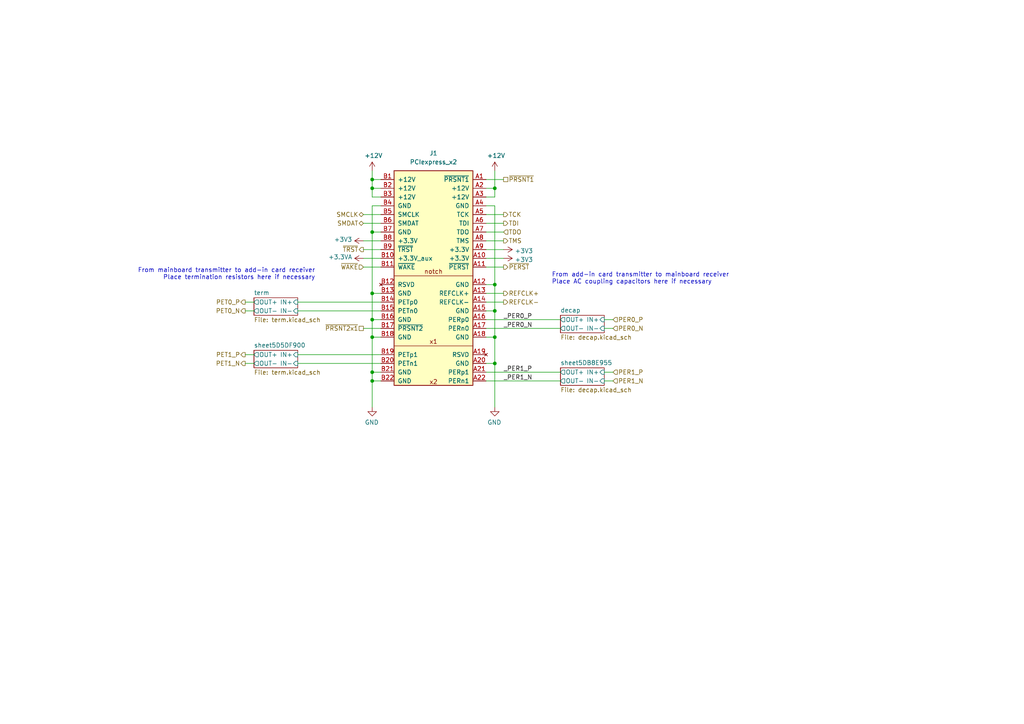
<source format=kicad_sch>
(kicad_sch (version 20250114) (generator "eeschema") (generator_version "9.0")
  (paper "A4")
  (lib_symbols
    (symbol "PCIexpress:PCIexpress_x2" (pin_names (offset 1.016))
      (property "Reference" "J" (at 0 3.81 0))
      (property "Value" "PCIexpress_x2" (at 0 1.27 0))
      (symbol "PCIexpress_x2_0_0"
        (text "notch" (at 0 -29.21 0) (effects (font (size 1.27 1.27))))
        (text "x1" (at 0 -49.53 0) (effects (font (size 1.27 1.27))))
      )
      (symbol "PCIexpress_x2_0_1"
        (polyline (pts (xy 11.43 -30.48) (xy -11.43 -30.48)))
        (polyline (pts (xy 11.43 -50.8) (xy -11.43 -50.8)))
      )
      (symbol "PCIexpress_x2_1_1"
        (rectangle (start -11.43 0) (end 11.43 -62.23) (stroke (width 0.254)) (fill (type background)))
        (text "x2\n" (at 0 -61.214 0) (effects (font (size 1.27 1.27))))
        (pin power_out line (at -15.24 -2.54 0) (length 3.81) (name "+12V") (number "B1"))
        (pin power_out line (at -15.24 -5.08 0) (length 3.81) (name "+12V") (number "B2"))
        (pin power_out line (at -15.24 -7.62 0) (length 3.81) (name "+12V") (number "B3"))
        (pin power_out line (at -15.24 -10.16 0) (length 3.81) (name "GND") (number "B4"))
        (pin open_collector line (at -15.24 -12.7 0) (length 3.81) (name "SMCLK") (number "B5"))
        (pin open_collector line (at -15.24 -15.24 0) (length 3.81) (name "SMDAT") (number "B6"))
        (pin power_out line (at -15.24 -17.78 0) (length 3.81) (name "GND") (number "B7"))
        (pin power_out line (at -15.24 -20.32 0) (length 3.81) (name "+3.3V") (number "B8"))
        (pin output line (at -15.24 -22.86 0) (length 3.81) (name "~{TRST}") (number "B9"))
        (pin power_out line (at -15.24 -25.4 0) (length 3.81) (name "+3.3V_aux") (number "B10"))
        (pin open_collector line (at -15.24 -27.94 0) (length 3.81) (name "~{WAKE}") (number "B11"))
        (pin no_connect line (at -15.24 -33.02 0) (length 3.81) (name "RSVD") (number "B12"))
        (pin power_out line (at -15.24 -35.56 0) (length 3.81) (name "GND") (number "B13"))
        (pin output line (at -15.24 -38.1 0) (length 3.81) (name "PETp0") (number "B14"))
        (pin output line (at -15.24 -40.64 0) (length 3.81) (name "PETn0") (number "B15"))
        (pin power_out line (at -15.24 -43.18 0) (length 3.81) (name "GND") (number "B16"))
        (pin passive line (at -15.24 -45.72 0) (length 3.81) (name "~{PRSNT2}") (number "B17"))
        (pin power_out line (at -15.24 -48.26 0) (length 3.81) (name "GND") (number "B18"))
        (pin output line (at -15.24 -53.34 0) (length 3.81) (name "PETp1") (number "B19"))
        (pin output line (at -15.24 -55.88 0) (length 3.81) (name "PETn1") (number "B20"))
        (pin power_out line (at -15.24 -58.42 0) (length 3.81) (name "GND") (number "B21"))
        (pin power_out line (at -15.24 -60.96 0) (length 3.81) (name "GND") (number "B22"))
        (pin passive line (at 15.24 -2.54 180) (length 3.81) (name "~{PRSNT1}") (number "A1"))
        (pin power_out line (at 15.24 -5.08 180) (length 3.81) (name "+12V") (number "A2"))
        (pin power_out line (at 15.24 -7.62 180) (length 3.81) (name "+12V") (number "A3"))
        (pin power_out line (at 15.24 -10.16 180) (length 3.81) (name "GND") (number "A4"))
        (pin output line (at 15.24 -12.7 180) (length 3.81) (name "TCK") (number "A5"))
        (pin output line (at 15.24 -15.24 180) (length 3.81) (name "TDI") (number "A6"))
        (pin input line (at 15.24 -17.78 180) (length 3.81) (name "TDO") (number "A7"))
        (pin output line (at 15.24 -20.32 180) (length 3.81) (name "TMS") (number "A8"))
        (pin power_out line (at 15.24 -22.86 180) (length 3.81) (name "+3.3V") (number "A9"))
        (pin power_out line (at 15.24 -25.4 180) (length 3.81) (name "+3.3V") (number "A10"))
        (pin output line (at 15.24 -27.94 180) (length 3.81) (name "~{PERST}") (number "A11"))
        (pin power_out line (at 15.24 -33.02 180) (length 3.81) (name "GND") (number "A12"))
        (pin output line (at 15.24 -35.56 180) (length 3.81) (name "REFCLK+") (number "A13"))
        (pin output line (at 15.24 -38.1 180) (length 3.81) (name "REFCLK-") (number "A14"))
        (pin power_out line (at 15.24 -40.64 180) (length 3.81) (name "GND") (number "A15"))
        (pin input line (at 15.24 -43.18 180) (length 3.81) (name "PERp0") (number "A16"))
        (pin input line (at 15.24 -45.72 180) (length 3.81) (name "PERn0") (number "A17"))
        (pin power_out line (at 15.24 -48.26 180) (length 3.81) (name "GND") (number "A18"))
        (pin no_connect line (at 15.24 -53.34 180) (length 3.81) (name "RSVD") (number "A19"))
        (pin power_out line (at 15.24 -55.88 180) (length 3.81) (name "GND") (number "A20"))
        (pin input line (at 15.24 -58.42 180) (length 3.81) (name "PERp1") (number "A21"))
        (pin input line (at 15.24 -60.96 180) (length 3.81) (name "PERn1") (number "A22"))
      )
    )
    (symbol "PCIexpress_x4_full-rescue:+3.3V-power" (power) (pin_names (offset 0))
      (property "Value" "+3.3V-power" (at 0 3.556 0))
      (symbol "+3.3V-power_0_1"
        (polyline (pts (xy -0.762 1.27) (xy 0 2.54)))
        (polyline (pts (xy 0 2.54) (xy 0.762 1.27)))
        (polyline (pts (xy 0 0) (xy 0 2.54)))
      )
      (symbol "+3.3V-power_1_1"
        (pin power_in line (at 0 0 90) (length 0) (hide yes) (name "+3V3") (number "1"))
      )
    )
    (symbol "power:+12V" (power) (pin_names (offset 0))
      (property "Value" "+12V" (at 0 3.556 0))
      (symbol "+12V_0_1"
        (polyline (pts (xy -0.762 1.27) (xy 0 2.54)))
        (polyline (pts (xy 0 2.54) (xy 0.762 1.27)))
        (polyline (pts (xy 0 0) (xy 0 2.54)))
      )
      (symbol "+12V_1_1"
        (pin power_in line (at 0 0 90) (length 0) (hide yes) (name "+12V") (number "1"))
      )
    )
    (symbol "power:+3.3VA" (power) (pin_names (offset 0))
      (property "Value" "+3.3VA" (at 0 3.556 0))
      (symbol "+3.3VA_0_1"
        (polyline (pts (xy -0.762 1.27) (xy 0 2.54)))
        (polyline (pts (xy 0 2.54) (xy 0.762 1.27)))
        (polyline (pts (xy 0 0) (xy 0 2.54)))
      )
      (symbol "+3.3VA_1_1"
        (pin power_in line (at 0 0 90) (length 0) (hide yes) (name "+3.3VA") (number "1"))
      )
    )
    (symbol "power:GND" (power) (pin_names (offset 0))
      (property "Value" "GND" (at 0 -3.81 0))
      (symbol "GND_0_1"
        (polyline (pts (xy 0 0) (xy 0 -1.27) (xy 1.27 -1.27) (xy 0 -2.54) (xy -1.27 -1.27) (xy 0 -1.27)))
      )
      (symbol "GND_1_1"
        (pin power_in line (at 0 0 270) (length 0) (hide yes) (name "GND") (number "1"))
      )
    )
  )
  (text "From mainboard transmitter to add-in card receiver\nPlace termination resistors here if necessary" (at 91.44 81.28 0) (effects (font (size 1.27 1.27)) (justify right bottom)))
  (text "From add-in card transmitter to mainboard receiver\nPlace AC coupling capacitors here if necessary" (at 160.02 82.55 0) (effects (font (size 1.27 1.27)) (justify left bottom)))
  (junction (at 143.51 54.61))
  (junction (at 107.95 54.61))
  (junction (at 143.51 82.55))
  (junction (at 107.95 67.31))
  (junction (at 107.95 97.79))
  (junction (at 107.95 85.09))
  (junction (at 143.51 90.17))
  (junction (at 107.95 52.07))
  (junction (at 107.95 107.95))
  (junction (at 107.95 110.49))
  (junction (at 143.51 97.79))
  (junction (at 107.95 92.71))
  (junction (at 143.51 105.41))
  (wire (pts (xy 140.97 105.41) (xy 143.51 105.41)))
  (wire (pts (xy 140.97 74.93) (xy 146.05 74.93)))
  (wire (pts (xy 86.36 87.63) (xy 110.49 87.63)))
  (wire (pts (xy 140.97 110.49) (xy 162.56 110.49)))
  (wire (pts (xy 107.95 59.69) (xy 110.49 59.69)))
  (wire (pts (xy 140.97 62.23) (xy 146.05 62.23)))
  (wire (pts (xy 143.51 59.69) (xy 143.51 82.55)))
  (wire (pts (xy 86.36 102.87) (xy 110.49 102.87)))
  (wire (pts (xy 110.49 52.07) (xy 107.95 52.07)))
  (wire (pts (xy 140.97 69.85) (xy 146.05 69.85)))
  (wire (pts (xy 107.95 110.49) (xy 107.95 107.95)))
  (wire (pts (xy 107.95 85.09) (xy 107.95 67.31)))
  (wire (pts (xy 143.51 59.69) (xy 140.97 59.69)))
  (wire (pts (xy 105.41 69.85) (xy 110.49 69.85)))
  (wire (pts (xy 71.12 87.63) (xy 73.66 87.63)))
  (wire (pts (xy 140.97 52.07) (xy 146.05 52.07)))
  (wire (pts (xy 140.97 57.15) (xy 143.51 57.15)))
  (wire (pts (xy 143.51 97.79) (xy 143.51 105.41)))
  (wire (pts (xy 140.97 90.17) (xy 143.51 90.17)))
  (wire (pts (xy 140.97 85.09) (xy 146.05 85.09)))
  (wire (pts (xy 175.26 92.71) (xy 177.8 92.71)))
  (wire (pts (xy 143.51 57.15) (xy 143.51 54.61)))
  (wire (pts (xy 143.51 82.55) (xy 143.51 90.17)))
  (wire (pts (xy 107.95 107.95) (xy 107.95 97.79)))
  (wire (pts (xy 105.41 74.93) (xy 110.49 74.93)))
  (wire (pts (xy 143.51 49.53) (xy 143.51 54.61)))
  (wire (pts (xy 110.49 85.09) (xy 107.95 85.09)))
  (wire (pts (xy 107.95 110.49) (xy 107.95 118.11)))
  (wire (pts (xy 107.95 52.07) (xy 107.95 49.53)))
  (wire (pts (xy 105.41 72.39) (xy 110.49 72.39)))
  (wire (pts (xy 107.95 54.61) (xy 110.49 54.61)))
  (wire (pts (xy 105.41 64.77) (xy 110.49 64.77)))
  (wire (pts (xy 105.41 62.23) (xy 110.49 62.23)))
  (wire (pts (xy 71.12 105.41) (xy 73.66 105.41)))
  (wire (pts (xy 110.49 67.31) (xy 107.95 67.31)))
  (wire (pts (xy 86.36 105.41) (xy 110.49 105.41)))
  (wire (pts (xy 107.95 97.79) (xy 107.95 92.71)))
  (wire (pts (xy 107.95 67.31) (xy 107.95 59.69)))
  (wire (pts (xy 140.97 82.55) (xy 143.51 82.55)))
  (wire (pts (xy 110.49 57.15) (xy 107.95 57.15)))
  (wire (pts (xy 140.97 92.71) (xy 162.56 92.71)))
  (wire (pts (xy 140.97 87.63) (xy 146.05 87.63)))
  (wire (pts (xy 110.49 107.95) (xy 107.95 107.95)))
  (wire (pts (xy 105.41 77.47) (xy 110.49 77.47)))
  (wire (pts (xy 175.26 95.25) (xy 177.8 95.25)))
  (wire (pts (xy 175.26 110.49) (xy 177.8 110.49)))
  (wire (pts (xy 86.36 90.17) (xy 110.49 90.17)))
  (wire (pts (xy 140.97 95.25) (xy 162.56 95.25)))
  (wire (pts (xy 140.97 72.39) (xy 146.05 72.39)))
  (wire (pts (xy 140.97 67.31) (xy 146.05 67.31)))
  (wire (pts (xy 140.97 64.77) (xy 146.05 64.77)))
  (wire (pts (xy 71.12 102.87) (xy 73.66 102.87)))
  (wire (pts (xy 107.95 54.61) (xy 107.95 52.07)))
  (wire (pts (xy 71.12 90.17) (xy 73.66 90.17)))
  (wire (pts (xy 110.49 95.25) (xy 105.41 95.25)))
  (wire (pts (xy 143.51 90.17) (xy 143.51 97.79)))
  (wire (pts (xy 143.51 105.41) (xy 143.51 118.11)))
  (wire (pts (xy 110.49 110.49) (xy 107.95 110.49)))
  (wire (pts (xy 175.26 107.95) (xy 177.8 107.95)))
  (wire (pts (xy 143.51 54.61) (xy 140.97 54.61)))
  (wire (pts (xy 107.95 57.15) (xy 107.95 54.61)))
  (wire (pts (xy 110.49 97.79) (xy 107.95 97.79)))
  (wire (pts (xy 107.95 92.71) (xy 107.95 85.09)))
  (wire (pts (xy 140.97 77.47) (xy 146.05 77.47)))
  (wire (pts (xy 140.97 97.79) (xy 143.51 97.79)))
  (wire (pts (xy 110.49 92.71) (xy 107.95 92.71)))
  (wire (pts (xy 140.97 107.95) (xy 162.56 107.95)))
  (label "_PER0_N" (at 146.05 95.25 0))
  (label "_PER1_N" (at 146.05 110.49 0))
  (label "_PER0_P" (at 146.05 92.71 0))
  (label "_PER1_P" (at 146.05 107.95 0))
  (hierarchical_label "~{PERST}" (shape output) (at 146.05 77.47 0))
  (hierarchical_label "PER0_N" (shape input) (at 177.8 95.25 0))
  (hierarchical_label "PET1_N" (shape output) (at 71.12 105.41 180))
  (hierarchical_label "TMS" (shape output) (at 146.05 69.85 0))
  (hierarchical_label "PER1_P" (shape input) (at 177.8 107.95 0))
  (hierarchical_label "PER1_N" (shape input) (at 177.8 110.49 0))
  (hierarchical_label "PET0_N" (shape output) (at 71.12 90.17 180))
  (hierarchical_label "~{WAKE}" (shape input) (at 105.41 77.47 180))
  (hierarchical_label "PET0_P" (shape output) (at 71.12 87.63 180))
  (hierarchical_label "~{PRSNT1}" (shape passive) (at 146.05 52.07 0))
  (hierarchical_label "TCK" (shape output) (at 146.05 62.23 0))
  (hierarchical_label "SMCLK" (shape bidirectional) (at 105.41 62.23 180))
  (hierarchical_label "TDI" (shape output) (at 146.05 64.77 0))
  (hierarchical_label "TDO" (shape input) (at 146.05 67.31 0))
  (hierarchical_label "PET1_P" (shape output) (at 71.12 102.87 180))
  (hierarchical_label "~{PRSNT2x1}" (shape passive) (at 105.41 95.25 180))
  (hierarchical_label "REFCLK-" (shape output) (at 146.05 87.63 0))
  (hierarchical_label "~{TRST}" (shape output) (at 105.41 72.39 180))
  (hierarchical_label "PER0_P" (shape input) (at 177.8 92.71 0))
  (hierarchical_label "REFCLK+" (shape output) (at 146.05 85.09 0))
  (hierarchical_label "SMDAT" (shape bidirectional) (at 105.41 64.77 180))
  (symbol (lib_id "power:GND") (at 107.95 118.11 0) (mirror y) (unit 1)
    (property "Reference" "#PWR0101" (effects (hide yes)))
    (property "Value" "GND" (at 107.823 122.5042 0))
  )
  (symbol (lib_id "power:GND") (at 143.51 118.11 0) (mirror y) (unit 1)
    (property "Reference" "#PWR0102" (effects (hide yes)))
    (property "Value" "GND" (at 143.383 122.5042 0))
  )
  (symbol (lib_id "PCIexpress_x4_full-rescue:+3.3V-power") (at 105.41 69.85 90) (unit 1)
    (property "Reference" "#PWR0103" (effects (hide yes)))
    (property "Value" "+3V3" (at 102.1588 69.469 90) (effects (justify left)))
  )
  (symbol (lib_id "PCIexpress_x4_full-rescue:+3.3V-power") (at 146.05 72.39 270) (unit 1)
    (property "Reference" "#PWR0104" (effects (hide yes)))
    (property "Value" "+3V3" (at 149.3012 72.771 90) (effects (justify left)))
  )
  (symbol (lib_id "PCIexpress_x4_full-rescue:+3.3V-power") (at 146.05 74.93 270) (unit 1)
    (property "Reference" "#PWR0105" (effects (hide yes)))
    (property "Value" "+3V3" (at 149.3012 75.311 90) (effects (justify left)))
  )
  (symbol (lib_id "power:+3.3VA") (at 105.41 74.93 90) (unit 1)
    (property "Reference" "#PWR0106" (effects (hide yes)))
    (property "Value" "+3.3VA" (at 102.1842 74.549 90) (effects (justify left)))
  )
  (symbol (lib_id "power:+12V") (at 107.95 49.53 0) (unit 1)
    (property "Reference" "#PWR0107" (effects (hide yes)))
    (property "Value" "+12V" (at 108.331 45.1358 0))
  )
  (symbol (lib_id "power:+12V") (at 143.51 49.53 0) (unit 1)
    (property "Reference" "#PWR0108" (effects (hide yes)))
    (property "Value" "+12V" (at 143.891 45.1358 0))
  )
  (symbol (lib_id "PCIexpress:PCIexpress_x2") (at 125.73 49.53 0) (unit 1)
    (property "Reference" "J1" (at 125.73 44.45 0))
    (property "Value" "PCIexpress_x2" (at 125.73 46.99 0))
    (property "Footprint" "PCIexpress:PCIexpress_x2" (effects (hide yes)))
  )
  (sheet (at 162.56 91.44) (size 12.7 5.08)
    (property "Sheetname" "decap" (at 162.56 90.7284 0) (effects (justify left bottom)))
    (property "Sheetfile" "decap.kicad_sch" (at 162.56 97.1046 0) (effects (justify left top)))
    (pin "IN+" input (at 175.26 92.71 0))
    (pin "OUT+" output (at 162.56 92.71 180))
    (pin "OUT-" output (at 162.56 95.25 180))
    (pin "IN-" input (at 175.26 95.25 0))
  )
  (sheet (at 73.66 86.36) (size 12.7 5.08)
    (property "Sheetname" "term" (at 73.66 85.6484 0) (effects (justify left bottom)))
    (property "Sheetfile" "term.kicad_sch" (at 73.66 92.0246 0) (effects (justify left top)))
    (pin "IN+" input (at 86.36 87.63 0))
    (pin "IN-" input (at 86.36 90.17 0))
    (pin "OUT+" output (at 73.66 87.63 180))
    (pin "OUT-" output (at 73.66 90.17 180))
  )
  (sheet (at 73.66 101.6) (size 12.7 5.08)
    (property "Sheetname" "sheet5D5DF900" (at 73.66 100.8884 0) (effects (justify left bottom)))
    (property "Sheetfile" "term.kicad_sch" (at 73.66 107.2646 0) (effects (justify left top)))
    (pin "IN+" input (at 86.36 102.87 0))
    (pin "IN-" input (at 86.36 105.41 0))
    (pin "OUT+" output (at 73.66 102.87 180))
    (pin "OUT-" output (at 73.66 105.41 180))
  )
  (sheet (at 162.56 106.68) (size 12.7 5.08)
    (property "Sheetname" "sheet5DB8E955" (at 162.56 105.9684 0) (effects (justify left bottom)))
    (property "Sheetfile" "decap.kicad_sch" (at 162.56 112.3446 0) (effects (justify left top)))
    (pin "IN+" input (at 175.26 107.95 0))
    (pin "OUT+" output (at 162.56 107.95 180))
    (pin "OUT-" output (at 162.56 110.49 180))
    (pin "IN-" input (at 175.26 110.49 0))
  )
)
</source>
